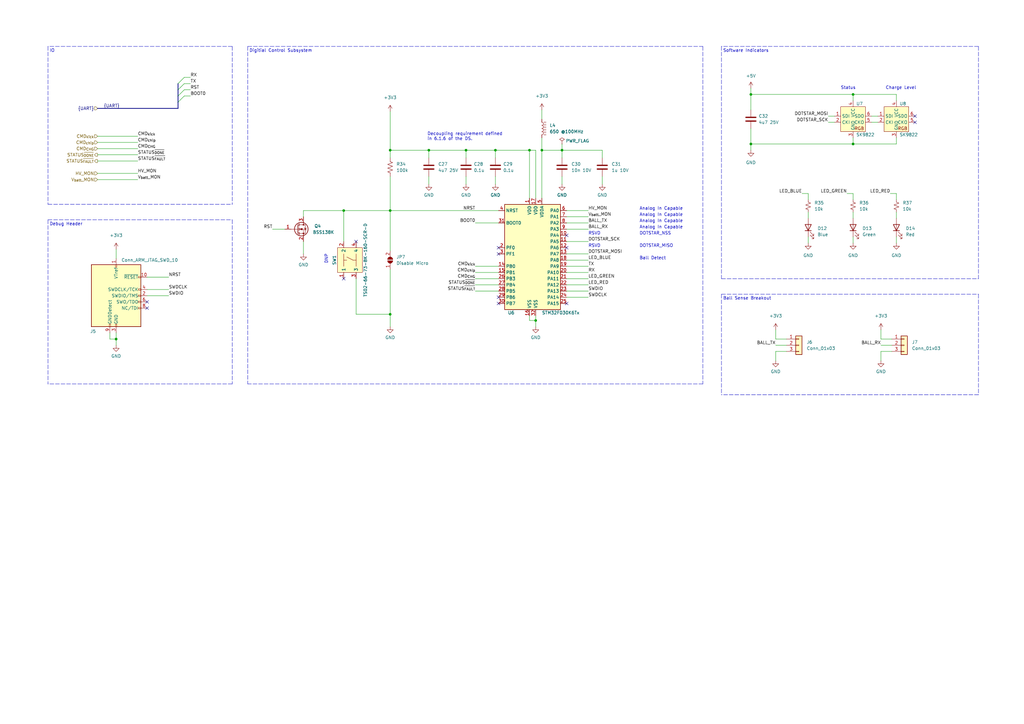
<source format=kicad_sch>
(kicad_sch (version 20211123) (generator eeschema)
  (paper "A3")
  (title_block (title "Kicker Board") (date "2023-02-03") (rev "v1.0.0") (company "A-Team") (comment 1 "Author: W. Stuckey"))
  (lib_symbols
    (symbol "AT-LED:SK9822"
      (property "Reference" "U" (at 1.27 6.35 0))
      (property "Value" "SK9822" (at 5.08 -6.35 0))
      (symbol "SK9822_0_0"
        (text "RGB" (at 2.54 -3.81 0) (effects (font (size 1.27 1.27))))
      )
      (symbol "SK9822_0_1"
        (rectangle (start -5.08 5.08) (end 5.08 -5.08) (stroke (width 0.1524)) (fill (type background)))
      )
      (symbol "SK9822_1_1"
        (pin input line (at -7.62 1.27 0) (length 2.54) (name "SDI") (number "1"))
        (pin input line (at -7.62 -1.27 0) (length 2.54) (name "CKI") (number "2"))
        (pin power_in line (at 0 -7.62 90) (length 2.54) (name "GND") (number "3"))
        (pin power_in line (at 0 7.62 270) (length 2.54) (name "VCC") (number "4"))
        (pin output line (at 7.62 -1.27 180) (length 2.54) (name "CKO") (number "5"))
        (pin output line (at 7.62 1.27 180) (length 2.54) (name "SDO") (number "6"))
      )
    )
    (symbol "AT-Switches:SPST_12-34"
      (property "Reference" "SW" (at 0 6.35 0))
      (property "Value" "SPST_12-34" (at 0 -6.35 0))
      (symbol "SPST_12-34_0_1"
        (rectangle (start -5.08 5.08) (end 5.08 -5.08) (fill (type background)))
        (polyline (pts (xy -2.54 -2.54) (xy 2.54 -2.54)))
        (polyline (pts (xy 0 -2.54) (xy 0 -1.27)))
        (polyline (pts (xy 0 -1.27) (xy 1.27 1.27)))
        (polyline (pts (xy 0 2.54) (xy 0 1.27)))
        (polyline (pts (xy 2.54 2.54) (xy -2.54 2.54)))
      )
      (symbol "SPST_12-34_1_1"
        (pin passive line (at -7.62 2.54 0) (length 2.54) (name "1") (number "1"))
        (pin passive line (at 7.62 2.54 180) (length 2.54) (name "2") (number "2"))
        (pin passive line (at -7.62 -2.54 0) (length 2.54) (name "3") (number "3"))
        (pin passive line (at 7.62 -2.54 180) (length 2.54) (name "4") (number "4"))
      )
    )
    (symbol "Connector:Conn_ARM_JTAG_SWD_10" (pin_names (offset 1.016))
      (property "Reference" "J" (at -2.54 16.51 0))
      (property "Value" "Conn_ARM_JTAG_SWD_10" (at -2.54 13.97 0))
      (symbol "Conn_ARM_JTAG_SWD_10_0_1"
        (rectangle (start -10.16 12.7) (end 10.16 -12.7) (stroke (width 0.254)) (fill (type background)))
        (rectangle (start -2.794 -12.7) (end -2.286 -11.684))
        (rectangle (start -0.254 -12.7) (end 0.254 -11.684))
        (rectangle (start -0.254 12.7) (end 0.254 11.684))
        (rectangle (start 9.144 2.286) (end 10.16 2.794))
        (rectangle (start 10.16 -2.794) (end 9.144 -2.286))
        (rectangle (start 10.16 -0.254) (end 9.144 0.254))
        (rectangle (start 10.16 7.874) (end 9.144 7.366))
      )
      (symbol "Conn_ARM_JTAG_SWD_10_1_1"
        (rectangle (start 9.144 -5.334) (end 10.16 -4.826))
        (pin power_in line (at 0 15.24 270) (length 2.54) (name "VTref") (number "1"))
        (pin open_collector line (at 12.7 7.62 180) (length 2.54) (name "~{RESET}") (number "10"))
        (pin bidirectional line (at 12.7 0 180) (length 2.54) (name "SWDIO/TMS") (number "2"))
        (pin power_in line (at 0 -15.24 90) (length 2.54) (name "GND") (number "3"))
        (pin output line (at 12.7 2.54 180) (length 2.54) (name "SWDCLK/TCK") (number "4"))
        (pin passive line (at 0 -15.24 90) (length 2.54) hide (name "GND") (number "5"))
        (pin input line (at 12.7 -2.54 180) (length 2.54) (name "SWO/TDO") (number "6"))
        (pin no_connect line (at -10.16 0 0) (length 2.54) hide (name "KEY") (number "7"))
        (pin output line (at 12.7 -5.08 180) (length 2.54) (name "NC/TDI") (number "8"))
        (pin passive line (at -2.54 -15.24 90) (length 2.54) (name "GNDDetect") (number "9"))
      )
    )
    (symbol "Connector_Generic:Conn_01x03" (pin_names (offset 1.016) hide)
      (property "Reference" "J" (at 0 5.08 0))
      (property "Value" "Conn_01x03" (at 0 -5.08 0))
      (symbol "Conn_01x03_1_1"
        (rectangle (start -1.27 -2.413) (end 0 -2.667) (stroke (width 0.1524)))
        (rectangle (start -1.27 0.127) (end 0 -0.127) (stroke (width 0.1524)))
        (rectangle (start -1.27 2.667) (end 0 2.413) (stroke (width 0.1524)))
        (rectangle (start -1.27 3.81) (end 1.27 -3.81) (stroke (width 0.254)) (fill (type background)))
        (pin passive line (at -5.08 2.54 0) (length 3.81) (name "Pin_1") (number "1"))
        (pin passive line (at -5.08 0 0) (length 3.81) (name "Pin_2") (number "2"))
        (pin passive line (at -5.08 -2.54 0) (length 3.81) (name "Pin_3") (number "3"))
      )
    )
    (symbol "Device:C" (pin_numbers hide) (pin_names (offset 0.254))
      (property "Reference" "C" (at 0.635 2.54 0))
      (property "Value" "C" (at 0.635 -2.54 0))
      (symbol "C_0_1"
        (polyline (pts (xy -2.032 -0.762) (xy 2.032 -0.762)) (stroke (width 0.508)))
        (polyline (pts (xy -2.032 0.762) (xy 2.032 0.762)) (stroke (width 0.508)))
      )
      (symbol "C_1_1"
        (pin passive line (at 0 3.81 270) (length 2.794) (name "~") (number "1"))
        (pin passive line (at 0 -3.81 90) (length 2.794) (name "~") (number "2"))
      )
    )
    (symbol "Device:LED" (pin_numbers hide) (pin_names (offset 1.016) hide)
      (property "Reference" "D" (at 0 2.54 0))
      (property "Value" "LED" (at 0 -2.54 0))
      (symbol "LED_0_1"
        (polyline (pts (xy -1.27 -1.27) (xy -1.27 1.27)) (stroke (width 0.254)))
        (polyline (pts (xy -1.27 0) (xy 1.27 0)))
        (polyline (pts (xy 1.27 -1.27) (xy 1.27 1.27) (xy -1.27 0) (xy 1.27 -1.27)) (stroke (width 0.254)))
        (polyline (pts (xy -3.048 -0.762) (xy -4.572 -2.286) (xy -3.81 -2.286) (xy -4.572 -2.286) (xy -4.572 -1.524)))
        (polyline (pts (xy -1.778 -0.762) (xy -3.302 -2.286) (xy -2.54 -2.286) (xy -3.302 -2.286) (xy -3.302 -1.524)))
      )
      (symbol "LED_1_1"
        (pin passive line (at -3.81 0 0) (length 2.54) (name "K") (number "1"))
        (pin passive line (at 3.81 0 180) (length 2.54) (name "A") (number "2"))
      )
    )
    (symbol "Device:L_Ferrite" (pin_numbers hide) (pin_names (offset 1.016) hide)
      (property "Reference" "L" (at -1.27 0 90))
      (property "Value" "L_Ferrite" (at 2.794 0 90))
      (symbol "L_Ferrite_0_1"
        (arc (start 0 -2.54) (mid 0.635 -1.905) (end 0 -1.27))
        (arc (start 0 -1.27) (mid 0.635 -0.635) (end 0 0))
        (polyline (pts (xy 1.016 -2.794) (xy 1.016 -2.286)))
        (polyline (pts (xy 1.016 -1.778) (xy 1.016 -1.27)))
        (polyline (pts (xy 1.016 -0.762) (xy 1.016 -0.254)))
        (polyline (pts (xy 1.016 0.254) (xy 1.016 0.762)))
        (polyline (pts (xy 1.016 1.27) (xy 1.016 1.778)))
        (polyline (pts (xy 1.016 2.286) (xy 1.016 2.794)))
        (polyline (pts (xy 1.524 -2.286) (xy 1.524 -2.794)))
        (polyline (pts (xy 1.524 -1.27) (xy 1.524 -1.778)))
        (polyline (pts (xy 1.524 -0.254) (xy 1.524 -0.762)))
        (polyline (pts (xy 1.524 0.762) (xy 1.524 0.254)))
        (polyline (pts (xy 1.524 1.778) (xy 1.524 1.27)))
        (polyline (pts (xy 1.524 2.794) (xy 1.524 2.286)))
        (arc (start 0 0) (mid 0.635 0.635) (end 0 1.27))
        (arc (start 0 1.27) (mid 0.635 1.905) (end 0 2.54))
      )
      (symbol "L_Ferrite_1_1"
        (pin passive line (at 0 3.81 270) (length 1.27) (name "1") (number "1"))
        (pin passive line (at 0 -3.81 90) (length 1.27) (name "2") (number "2"))
      )
    )
    (symbol "Device:Q_NMOS_GSD" (pin_names (offset 0) hide)
      (property "Reference" "Q" (at 5.08 1.27 0))
      (property "Value" "Q_NMOS_GSD" (at 5.08 -1.27 0))
      (symbol "Q_NMOS_GSD_0_1"
        (polyline (pts (xy 0.254 0) (xy -2.54 0)))
        (polyline (pts (xy 0.254 1.905) (xy 0.254 -1.905)) (stroke (width 0.254)))
        (polyline (pts (xy 0.762 -1.27) (xy 0.762 -2.286)) (stroke (width 0.254)))
        (polyline (pts (xy 0.762 0.508) (xy 0.762 -0.508)) (stroke (width 0.254)))
        (polyline (pts (xy 0.762 2.286) (xy 0.762 1.27)) (stroke (width 0.254)))
        (polyline (pts (xy 2.54 2.54) (xy 2.54 1.778)))
        (polyline (pts (xy 2.54 -2.54) (xy 2.54 0) (xy 0.762 0)))
        (polyline (pts (xy 0.762 -1.778) (xy 3.302 -1.778) (xy 3.302 1.778) (xy 0.762 1.778)))
        (polyline (pts (xy 1.016 0) (xy 2.032 0.381) (xy 2.032 -0.381) (xy 1.016 0)) (fill (type outline)))
        (polyline (pts (xy 2.794 0.508) (xy 2.921 0.381) (xy 3.683 0.381) (xy 3.81 0.254)))
        (polyline (pts (xy 3.302 0.381) (xy 2.921 -0.254) (xy 3.683 -0.254) (xy 3.302 0.381)))
        (circle (center 1.651 0) (radius 2.794) (stroke (width 0.254)))
        (circle (center 2.54 -1.778) (radius 0.254) (fill (type outline)))
        (circle (center 2.54 1.778) (radius 0.254) (fill (type outline)))
      )
      (symbol "Q_NMOS_GSD_1_1"
        (pin input line (at -5.08 0 0) (length 2.54) (name "G") (number "1"))
        (pin passive line (at 2.54 -5.08 90) (length 2.54) (name "S") (number "2"))
        (pin passive line (at 2.54 5.08 270) (length 2.54) (name "D") (number "3"))
      )
    )
    (symbol "Device:R_Small_US" (pin_numbers hide) (pin_names (offset 0.254) hide)
      (property "Reference" "R" (at 0.762 0.508 0))
      (property "Value" "R_Small_US" (at 0.762 -1.016 0))
      (symbol "R_Small_US_1_1"
        (polyline (pts (xy 0 0) (xy 1.016 -0.381) (xy 0 -0.762) (xy -1.016 -1.143) (xy 0 -1.524)))
        (polyline (pts (xy 0 1.524) (xy 1.016 1.143) (xy 0 0.762) (xy -1.016 0.381) (xy 0 0)))
        (pin passive line (at 0 2.54 270) (length 1.016) (name "~") (number "1"))
        (pin passive line (at 0 -2.54 90) (length 1.016) (name "~") (number "2"))
      )
    )
    (symbol "Device:R_US" (pin_numbers hide) (pin_names (offset 0))
      (property "Reference" "R" (at 2.54 0 90))
      (property "Value" "R_US" (at -2.54 0 90))
      (symbol "R_US_0_1"
        (polyline (pts (xy 0 -2.286) (xy 0 -2.54)))
        (polyline (pts (xy 0 2.286) (xy 0 2.54)))
        (polyline (pts (xy 0 -0.762) (xy 1.016 -1.143) (xy 0 -1.524) (xy -1.016 -1.905) (xy 0 -2.286)))
        (polyline (pts (xy 0 0.762) (xy 1.016 0.381) (xy 0 0) (xy -1.016 -0.381) (xy 0 -0.762)))
        (polyline (pts (xy 0 2.286) (xy 1.016 1.905) (xy 0 1.524) (xy -1.016 1.143) (xy 0 0.762)))
      )
      (symbol "R_US_1_1"
        (pin passive line (at 0 3.81 270) (length 1.27) (name "~") (number "1"))
        (pin passive line (at 0 -3.81 90) (length 1.27) (name "~") (number "2"))
      )
    )
    (symbol "Jumper:SolderJumper_2_Open" (pin_names (offset 0) hide)
      (property "Reference" "JP" (at 0 2.032 0))
      (property "Value" "SolderJumper_2_Open" (at 0 -2.54 0))
      (symbol "SolderJumper_2_Open_0_1"
        (arc (start -0.254 1.016) (mid -1.27 0) (end -0.254 -1.016))
        (arc (start -0.254 1.016) (mid -1.27 0) (end -0.254 -1.016) (fill (type outline)))
        (polyline (pts (xy -0.254 1.016) (xy -0.254 -1.016)))
        (polyline (pts (xy 0.254 1.016) (xy 0.254 -1.016)))
        (arc (start 0.254 -1.016) (mid 1.27 0) (end 0.254 1.016))
        (arc (start 0.254 -1.016) (mid 1.27 0) (end 0.254 1.016) (fill (type outline)))
      )
      (symbol "SolderJumper_2_Open_1_1"
        (pin passive line (at -3.81 0 0) (length 2.54) (name "A") (number "1"))
        (pin passive line (at 3.81 0 180) (length 2.54) (name "B") (number "2"))
      )
    )
    (symbol "MCU_ST_STM32F0:STM32F030K6Tx"
      (property "Reference" "U" (at -12.7 21.59 0))
      (property "Value" "STM32F030K6Tx" (at 5.08 21.59 0))
      (symbol "STM32F030K6Tx_0_1"
        (rectangle (start -12.7 -22.86) (end 10.16 20.32) (stroke (width 0.254)) (fill (type background)))
      )
      (symbol "STM32F030K6Tx_1_1"
        (pin power_in line (at -2.54 22.86 270) (length 2.54) (name "VDD") (number "1"))
        (pin bidirectional line (at 12.7 7.62 180) (length 2.54) (name "PA4") (number "10"))
        (pin bidirectional line (at 12.7 5.08 180) (length 2.54) (name "PA5") (number "11"))
        (pin bidirectional line (at 12.7 2.54 180) (length 2.54) (name "PA6") (number "12"))
        (pin bidirectional line (at 12.7 0 180) (length 2.54) (name "PA7") (number "13"))
        (pin bidirectional line (at -15.24 -5.08 0) (length 2.54) (name "PB0") (number "14"))
        (pin bidirectional line (at -15.24 -7.62 0) (length 2.54) (name "PB1") (number "15"))
        (pin power_in line (at -2.54 -25.4 90) (length 2.54) (name "VSS") (number "16"))
        (pin power_in line (at 0 22.86 270) (length 2.54) (name "VDD") (number "17"))
        (pin bidirectional line (at 12.7 -2.54 180) (length 2.54) (name "PA8") (number "18"))
        (pin bidirectional line (at 12.7 -5.08 180) (length 2.54) (name "PA9") (number "19"))
        (pin input line (at -15.24 2.54 0) (length 2.54) (name "PF0") (number "2"))
        (pin bidirectional line (at 12.7 -7.62 180) (length 2.54) (name "PA10") (number "20"))
        (pin bidirectional line (at 12.7 -10.16 180) (length 2.54) (name "PA11") (number "21"))
        (pin bidirectional line (at 12.7 -12.7 180) (length 2.54) (name "PA12") (number "22"))
        (pin bidirectional line (at 12.7 -15.24 180) (length 2.54) (name "PA13") (number "23"))
        (pin bidirectional line (at 12.7 -17.78 180) (length 2.54) (name "PA14") (number "24"))
        (pin bidirectional line (at 12.7 -20.32 180) (length 2.54) (name "PA15") (number "25"))
        (pin bidirectional line (at -15.24 -10.16 0) (length 2.54) (name "PB3") (number "26"))
        (pin bidirectional line (at -15.24 -12.7 0) (length 2.54) (name "PB4") (number "27"))
        (pin bidirectional line (at -15.24 -15.24 0) (length 2.54) (name "PB5") (number "28"))
        (pin bidirectional line (at -15.24 -17.78 0) (length 2.54) (name "PB6") (number "29"))
        (pin input line (at -15.24 0 0) (length 2.54) (name "PF1") (number "3"))
        (pin bidirectional line (at -15.24 -20.32 0) (length 2.54) (name "PB7") (number "30"))
        (pin input line (at -15.24 12.7 0) (length 2.54) (name "BOOT0") (number "31"))
        (pin power_in line (at 0 -25.4 90) (length 2.54) (name "VSS") (number "32"))
        (pin input line (at -15.24 17.78 0) (length 2.54) (name "NRST") (number "4"))
        (pin power_in line (at 2.54 22.86 270) (length 2.54) (name "VDDA") (number "5"))
        (pin bidirectional line (at 12.7 17.78 180) (length 2.54) (name "PA0") (number "6"))
        (pin bidirectional line (at 12.7 15.24 180) (length 2.54) (name "PA1") (number "7"))
        (pin bidirectional line (at 12.7 12.7 180) (length 2.54) (name "PA2") (number "8"))
        (pin bidirectional line (at 12.7 10.16 180) (length 2.54) (name "PA3") (number "9"))
      )
    )
    (symbol "power:+3.3V" (power) (pin_names (offset 0))
      (property "Value" "+3.3V" (at 0 3.556 0))
      (symbol "+3.3V_0_1"
        (polyline (pts (xy -0.762 1.27) (xy 0 2.54)))
        (polyline (pts (xy 0 0) (xy 0 2.54)))
        (polyline (pts (xy 0 2.54) (xy 0.762 1.27)))
      )
      (symbol "+3.3V_1_1"
        (pin power_in line (at 0 0 90) (length 0) hide (name "+3V3") (number "1"))
      )
    )
    (symbol "power:+5V" (power) (pin_names (offset 0))
      (property "Value" "+5V" (at 0 3.556 0))
      (symbol "+5V_0_1"
        (polyline (pts (xy -0.762 1.27) (xy 0 2.54)))
        (polyline (pts (xy 0 0) (xy 0 2.54)))
        (polyline (pts (xy 0 2.54) (xy 0.762 1.27)))
      )
      (symbol "+5V_1_1"
        (pin power_in line (at 0 0 90) (length 0) hide (name "+5V") (number "1"))
      )
    )
    (symbol "power:GND" (power) (pin_names (offset 0))
      (property "Value" "GND" (at 0 -3.81 0))
      (symbol "GND_0_1"
        (polyline (pts (xy 0 0) (xy 0 -1.27) (xy 1.27 -1.27) (xy 0 -2.54) (xy -1.27 -1.27) (xy 0 -1.27)))
      )
      (symbol "GND_1_1"
        (pin power_in line (at 0 0 270) (length 0) hide (name "GND") (number "1"))
      )
    )
    (symbol "power:PWR_FLAG" (power) (pin_numbers hide) (pin_names (offset 0) hide)
      (property "Value" "PWR_FLAG" (at 0 3.81 0))
      (symbol "PWR_FLAG_0_0"
        (pin power_out line (at 0 0 90) (length 0) (name "pwr") (number "1"))
      )
      (symbol "PWR_FLAG_0_1"
        (polyline (pts (xy 0 0) (xy 0 1.27) (xy -1.016 1.905) (xy 0 2.54) (xy 1.016 1.905) (xy 0 1.27)))
      )
    )
  )
  (junction (at 349.885 38.735))
  (junction (at 160.02 128.905))
  (junction (at 160.02 61.595))
  (junction (at 230.505 61.595))
  (junction (at 217.17 61.595))
  (junction (at 349.885 59.055))
  (junction (at 140.97 86.36))
  (junction (at 160.02 86.36))
  (junction (at 175.895 61.595))
  (junction (at 307.975 38.735))
  (junction (at 191.135 61.595))
  (junction (at 307.975 59.055))
  (junction (at 203.2 61.595))
  (junction (at 219.71 131.445))
  (junction (at 222.25 61.595))
  (junction (at 47.625 139.065))
  (no_connect (at 232.41 124.46))
  (no_connect (at 204.47 124.46))
  (no_connect (at 60.325 126.365))
  (no_connect (at 60.325 123.825))
  (no_connect (at 140.97 114.3))
  (no_connect (at 204.47 121.92))
  (no_connect (at 375.285 47.625))
  (no_connect (at 375.285 50.165))
  (no_connect (at 204.47 101.6))
  (no_connect (at 204.47 104.14))
  (no_connect (at 232.41 101.6))
  (no_connect (at 232.41 96.52))
  (no_connect (at 146.05 99.06))
  (bus_entry (at 73.025 39.37) (size 2.54 -2.54))
  (bus_entry (at 73.025 41.91) (size 2.54 -2.54))
  (bus_entry (at 73.025 34.29) (size 2.54 -2.54))
  (bus_entry (at 73.025 36.83) (size 2.54 -2.54))
  (wire (pts (xy 124.46 86.36) (xy 124.46 88.9)))
  (wire (pts (xy 232.41 114.3) (xy 241.3 114.3)))
  (wire (pts (xy 160.02 72.39) (xy 160.02 86.36)))
  (wire (pts (xy 60.325 121.285) (xy 69.215 121.285)))
  (wire (pts (xy 60.325 118.745) (xy 69.215 118.745)))
  (wire (pts (xy 349.885 97.155) (xy 349.885 99.695)))
  (wire (pts (xy 75.565 39.37) (xy 78.105 39.37)))
  (wire (pts (xy 307.975 59.055) (xy 307.975 61.595)))
  (wire (pts (xy 40.005 63.5) (xy 56.515 63.5)))
  (bus (pts (xy 73.025 39.37) (xy 73.025 41.91)))
  (wire (pts (xy 349.885 79.375) (xy 349.885 81.915)))
  (wire (pts (xy 47.625 139.065) (xy 47.625 141.605)))
  (wire (pts (xy 203.2 72.39) (xy 203.2 75.565)))
  (wire (pts (xy 191.135 72.39) (xy 191.135 75.565)))
  (wire (pts (xy 307.975 38.735) (xy 307.975 45.085)))
  (wire (pts (xy 194.945 116.84) (xy 204.47 116.84)))
  (wire (pts (xy 232.41 93.98) (xy 241.3 93.98)))
  (wire (pts (xy 219.71 131.445) (xy 219.71 133.985)))
  (wire (pts (xy 160.02 45.72) (xy 160.02 61.595)))
  (wire (pts (xy 222.25 45.085) (xy 222.25 48.895)))
  (wire (pts (xy 146.05 114.3) (xy 146.05 128.905)))
  (wire (pts (xy 160.02 110.49) (xy 160.02 128.905)))
  (wire (pts (xy 160.02 128.905) (xy 160.02 133.985)))
  (wire (pts (xy 367.665 79.375) (xy 367.665 81.915)))
  (wire (pts (xy 230.505 61.595) (xy 230.505 64.77)))
  (wire (pts (xy 40.005 73.66) (xy 56.515 73.66)))
  (bus (pts (xy 40.005 44.45) (xy 73.025 44.45)))
  (wire (pts (xy 367.665 56.515) (xy 367.665 59.055)))
  (wire (pts (xy 75.565 31.75) (xy 78.105 31.75)))
  (wire (pts (xy 349.885 86.995) (xy 349.885 89.535)))
  (wire (pts (xy 331.47 97.155) (xy 331.47 99.695)))
  (polyline (pts (xy 295.91 120.65) (xy 401.32 120.65)))
  (wire (pts (xy 361.315 139.065) (xy 365.76 139.065)))
  (polyline (pts (xy 95.25 19.05) (xy 19.685 19.05)))
  (wire (pts (xy 232.41 121.92) (xy 241.3 121.92)))
  (wire (pts (xy 45.085 139.065) (xy 47.625 139.065)))
  (bus (pts (xy 73.025 36.83) (xy 73.025 39.37)))
  (wire (pts (xy 318.135 144.145) (xy 322.58 144.145)))
  (wire (pts (xy 347.345 79.375) (xy 349.885 79.375)))
  (wire (pts (xy 60.325 113.665) (xy 69.215 113.665)))
  (wire (pts (xy 307.975 52.705) (xy 307.975 59.055)))
  (polyline (pts (xy 401.32 19.05) (xy 401.32 114.3)))
  (wire (pts (xy 160.02 86.36) (xy 204.47 86.36)))
  (wire (pts (xy 191.135 61.595) (xy 191.135 64.77)))
  (wire (pts (xy 40.005 55.88) (xy 56.515 55.88)))
  (wire (pts (xy 232.41 99.06) (xy 241.3 99.06)))
  (polyline (pts (xy 295.91 114.3) (xy 401.32 114.3)))
  (wire (pts (xy 140.97 99.06) (xy 140.97 86.36)))
  (wire (pts (xy 175.895 72.39) (xy 175.895 75.565)))
  (wire (pts (xy 194.945 119.38) (xy 204.47 119.38)))
  (wire (pts (xy 194.945 109.22) (xy 204.47 109.22)))
  (wire (pts (xy 360.045 47.625) (xy 357.505 47.625)))
  (wire (pts (xy 307.975 59.055) (xy 349.885 59.055)))
  (wire (pts (xy 140.97 86.36) (xy 160.02 86.36)))
  (polyline (pts (xy 288.29 19.05) (xy 288.29 157.48)))
  (wire (pts (xy 40.005 60.96) (xy 56.515 60.96)))
  (wire (pts (xy 217.17 81.28) (xy 217.17 61.595)))
  (polyline (pts (xy 95.25 19.05) (xy 95.25 83.82)))
  (wire (pts (xy 318.135 135.255) (xy 318.135 139.065)))
  (polyline (pts (xy 101.6 19.05) (xy 101.6 157.48)))
  (wire (pts (xy 219.71 61.595) (xy 217.17 61.595)))
  (wire (pts (xy 124.46 86.36) (xy 140.97 86.36)))
  (wire (pts (xy 232.41 106.68) (xy 241.3 106.68)))
  (polyline (pts (xy 401.32 19.05) (xy 295.91 19.05)))
  (wire (pts (xy 361.315 147.955) (xy 361.315 144.145)))
  (wire (pts (xy 45.085 136.525) (xy 45.085 139.065)))
  (wire (pts (xy 230.505 72.39) (xy 230.505 75.565)))
  (wire (pts (xy 361.315 141.605) (xy 365.76 141.605)))
  (polyline (pts (xy 19.685 83.82) (xy 95.25 83.82)))
  (wire (pts (xy 175.895 61.595) (xy 160.02 61.595)))
  (wire (pts (xy 232.41 86.36) (xy 241.3 86.36)))
  (wire (pts (xy 331.47 79.375) (xy 331.47 81.915)))
  (wire (pts (xy 232.41 111.76) (xy 241.3 111.76)))
  (wire (pts (xy 361.315 135.255) (xy 361.315 139.065)))
  (wire (pts (xy 160.02 86.36) (xy 160.02 102.87)))
  (wire (pts (xy 203.2 61.595) (xy 203.2 64.77)))
  (wire (pts (xy 247.015 61.595) (xy 247.015 64.77)))
  (polyline (pts (xy 19.685 90.17) (xy 95.25 90.17)))
  (wire (pts (xy 339.725 47.625) (xy 342.265 47.625)))
  (wire (pts (xy 318.135 147.955) (xy 318.135 144.145)))
  (wire (pts (xy 361.315 144.145) (xy 365.76 144.145)))
  (wire (pts (xy 349.885 38.735) (xy 367.665 38.735)))
  (wire (pts (xy 339.725 50.165) (xy 342.265 50.165)))
  (wire (pts (xy 47.625 102.235) (xy 47.625 106.045)))
  (wire (pts (xy 328.93 79.375) (xy 331.47 79.375)))
  (wire (pts (xy 203.2 61.595) (xy 191.135 61.595)))
  (wire (pts (xy 367.665 86.995) (xy 367.665 89.535)))
  (wire (pts (xy 75.565 34.29) (xy 78.105 34.29)))
  (wire (pts (xy 160.02 61.595) (xy 160.02 64.77)))
  (wire (pts (xy 222.25 61.595) (xy 230.505 61.595)))
  (wire (pts (xy 232.41 119.38) (xy 241.3 119.38)))
  (wire (pts (xy 367.665 97.155) (xy 367.665 99.695)))
  (wire (pts (xy 349.885 56.515) (xy 349.885 59.055)))
  (wire (pts (xy 194.945 114.3) (xy 204.47 114.3)))
  (polyline (pts (xy 401.32 120.65) (xy 401.32 161.925)))
  (wire (pts (xy 232.41 109.22) (xy 241.3 109.22)))
  (wire (pts (xy 75.565 36.83) (xy 78.105 36.83)))
  (wire (pts (xy 222.25 81.28) (xy 222.25 61.595)))
  (polyline (pts (xy 295.91 19.05) (xy 295.91 114.3)))
  (wire (pts (xy 349.885 38.735) (xy 349.885 41.275)))
  (polyline (pts (xy 19.685 19.05) (xy 19.685 83.82)))
  (wire (pts (xy 194.945 111.76) (xy 204.47 111.76)))
  (polyline (pts (xy 295.91 120.65) (xy 295.91 161.925)))
  (wire (pts (xy 318.135 141.605) (xy 322.58 141.605)))
  (bus (pts (xy 73.025 34.29) (xy 73.025 36.83)))
  (wire (pts (xy 40.005 71.12) (xy 56.515 71.12)))
  (wire (pts (xy 194.945 91.44) (xy 204.47 91.44)))
  (polyline (pts (xy 288.29 157.48) (xy 101.6 157.48)))
  (wire (pts (xy 47.625 136.525) (xy 47.625 139.065)))
  (wire (pts (xy 318.135 139.065) (xy 322.58 139.065)))
  (wire (pts (xy 175.895 61.595) (xy 175.895 64.77)))
  (wire (pts (xy 232.41 91.44) (xy 241.3 91.44)))
  (wire (pts (xy 146.05 128.905) (xy 160.02 128.905)))
  (wire (pts (xy 232.41 104.14) (xy 241.3 104.14)))
  (wire (pts (xy 365.125 79.375) (xy 367.665 79.375)))
  (wire (pts (xy 222.25 61.595) (xy 222.25 56.515)))
  (bus (pts (xy 73.025 41.91) (xy 73.025 44.45)))
  (wire (pts (xy 232.41 116.84) (xy 241.3 116.84)))
  (polyline (pts (xy 95.25 90.17) (xy 95.25 157.48)))
  (wire (pts (xy 360.045 50.165) (xy 357.505 50.165)))
  (polyline (pts (xy 95.25 157.48) (xy 19.685 157.48)))
  (wire (pts (xy 349.885 59.055) (xy 367.665 59.055)))
  (polyline (pts (xy 401.32 161.925) (xy 295.91 161.925)))
  (wire (pts (xy 247.015 72.39) (xy 247.015 75.565)))
  (wire (pts (xy 219.71 129.54) (xy 219.71 131.445)))
  (wire (pts (xy 232.41 88.9) (xy 241.3 88.9)))
  (wire (pts (xy 217.17 61.595) (xy 203.2 61.595)))
  (wire (pts (xy 40.005 58.42) (xy 56.515 58.42)))
  (wire (pts (xy 40.005 66.04) (xy 56.515 66.04)))
  (wire (pts (xy 217.17 129.54) (xy 217.17 131.445)))
  (wire (pts (xy 307.975 38.735) (xy 349.885 38.735)))
  (wire (pts (xy 230.505 59.055) (xy 230.505 61.595)))
  (polyline (pts (xy 101.6 19.05) (xy 288.29 19.05)))
  (wire (pts (xy 111.76 93.98) (xy 116.84 93.98)))
  (wire (pts (xy 124.46 99.06) (xy 124.46 104.14)))
  (wire (pts (xy 191.135 61.595) (xy 175.895 61.595)))
  (wire (pts (xy 230.505 61.595) (xy 247.015 61.595)))
  (wire (pts (xy 307.975 36.195) (xy 307.975 38.735)))
  (wire (pts (xy 219.71 81.28) (xy 219.71 61.595)))
  (wire (pts (xy 367.665 38.735) (xy 367.665 41.275)))
  (wire (pts (xy 217.17 131.445) (xy 219.71 131.445)))
  (polyline (pts (xy 19.685 90.17) (xy 19.685 157.48)))
  (wire (pts (xy 331.47 86.995) (xy 331.47 89.535)))
  (text "Analog In Capable" (at 262.255 88.9 0) (effects (font (size 1.27 1.27)) (justify left bottom)))
  (text "Analog In Capable" (at 262.255 86.36 0) (effects (font (size 1.27 1.27)) (justify left bottom)))
  (text "Ball Sense Breakout" (at 296.545 123.19 0) (effects (font (size 1.27 1.27)) (justify left bottom)))
  (text "Debug Header" (at 20.32 92.71 0) (effects (font (size 1.27 1.27)) (justify left bottom)))
  (text "DNP" (at 134.62 104.14 270) (effects (font (size 1.27 1.27)) (justify right bottom)))
  (text "DOTSTAR_NSS" (at 262.255 96.52 0) (effects (font (size 1.27 1.27)) (justify left bottom)))
  (text "Analog In Capable" (at 262.255 91.44 0) (effects (font (size 1.27 1.27)) (justify left bottom)))
  (text "Charge Level" (at 363.22 36.83 0) (effects (font (size 1.27 1.27)) (justify left bottom)))
  (text "IO" (at 20.32 21.59 0) (effects (font (size 1.27 1.27)) (justify left bottom)))
  (text "Decoupling requirement defined \nin 6.1.6 of the DS.\n" (at 175.26 57.785 0) (effects (font (size 1.27 1.27)) (justify left bottom)))
  (text "RSVD" (at 241.3 101.6 0) (effects (font (size 1.27 1.27)) (justify left bottom)))
  (text "Status" (at 344.805 36.83 0) (effects (font (size 1.27 1.27)) (justify left bottom)))
  (text "Analog In Capable" (at 262.255 93.98 0) (effects (font (size 1.27 1.27)) (justify left bottom)))
  (text "Digitial Control Subsystem" (at 102.235 21.59 0) (effects (font (size 1.27 1.27)) (justify left bottom)))
  (text "Ball Detect" (at 262.255 106.68 0) (effects (font (size 1.27 1.27)) (justify left bottom)))
  (text "DOTSTAR_MISO" (at 262.255 101.6 0) (effects (font (size 1.27 1.27)) (justify left bottom)))
  (text "Software Indicators" (at 296.545 21.59 0) (effects (font (size 1.27 1.27)) (justify left bottom)))
  (text "RSVD" (at 241.3 96.52 0) (effects (font (size 1.27 1.27)) (justify left bottom)))
  (label "CMD_{chip}" (at 56.515 58.42 0))
  (label "BOOT0" (at 194.945 91.44 180))
  (label "CMD_{CHG}" (at 56.515 60.96 0))
  (label "BALL_TX" (at 318.135 141.605 180))
  (label "DOTSTAR_MOSI" (at 339.725 47.625 180))
  (label "BOOT0" (at 78.105 39.37 0))
  (label "NRST" (at 69.215 113.665 0))
  (label "CMD_{chip}" (at 194.945 111.76 180))
  (label "LED_RED" (at 365.125 79.375 180))
  (label "LED_BLUE" (at 328.93 79.375 180))
  (label "{UART}" (at 42.545 44.45 0))
  (label "SWDIO" (at 241.3 119.38 0))
  (label "BALL_RX" (at 241.3 93.98 0))
  (label "STATUS_{~{DONE}}" (at 194.945 116.84 180))
  (label "DOTSTAR_SCK" (at 241.3 99.06 0))
  (label "RST" (at 111.76 93.98 180))
  (label "STATUS_{~{DONE}}" (at 56.515 63.5 0))
  (label "HV_MON" (at 241.3 86.36 0))
  (label "CMD_{CHG}" (at 194.945 114.3 180))
  (label "LED_GREEN" (at 241.3 114.3 0))
  (label "V_{batt}_MON" (at 241.3 88.9 0))
  (label "LED_GREEN" (at 347.345 79.375 180))
  (label "NRST" (at 194.945 86.36 180))
  (label "DOTSTAR_SCK" (at 339.725 50.165 180))
  (label "LED_RED" (at 241.3 116.84 0))
  (label "CMD_{kick}" (at 194.945 109.22 180))
  (label "RX" (at 78.105 31.75 0))
  (label "BALL_TX" (at 241.3 91.44 0))
  (label "SWDCLK" (at 69.215 118.745 0))
  (label "LED_BLUE" (at 241.3 106.68 0))
  (label "STATUS_{~{FAULT}}" (at 194.945 119.38 180))
  (label "SWDIO" (at 69.215 121.285 0))
  (label "SWDCLK" (at 241.3 121.92 0))
  (label "RST" (at 78.105 36.83 0))
  (label "DOTSTAR_MOSI" (at 241.3 104.14 0))
  (label "V_{batt}_MON" (at 56.515 73.66 0))
  (label "TX" (at 241.3 109.22 0))
  (label "RX" (at 241.3 111.76 0))
  (label "HV_MON" (at 56.515 71.12 0))
  (label "BALL_RX" (at 361.315 141.605 180))
  (label "CMD_{kick}" (at 56.515 55.88 0))
  (label "STATUS_{~{FAULT}}" (at 56.515 66.04 0))
  (label "TX" (at 78.105 34.29 0))
  (hierarchical_label "STATUS_{~{DONE}}" (shape output) (at 40.005 63.5 180))
  (hierarchical_label "CMD_{CHG}" (shape input) (at 40.005 60.96 180))
  (hierarchical_label "STATUS_{~{FAULT}}" (shape output) (at 40.005 66.04 180))
  (hierarchical_label "CMD_{chip}" (shape input) (at 40.005 58.42 180))
  (hierarchical_label "V_{batt}_MON" (shape input) (at 40.005 73.66 180))
  (hierarchical_label "{UART}" (shape input) (at 40.005 44.45 180))
  (hierarchical_label "HV_MON" (shape input) (at 40.005 71.12 180))
  (hierarchical_label "CMD_{kick}" (shape input) (at 40.005 55.88 180))
  (symbol (lib_id "Jumper:SolderJumper_2_Open") (at 160.02 106.68 90) (unit 1)
    (property "Reference" "JP7" (at 162.56 105.4099 90) (effects (justify right)))
    (property "Value" "Disable Micro" (at 162.56 107.9499 90) (effects (justify right)))
    (property "Footprint" "Jumper:SolderJumper-2_P1.3mm_Open_RoundedPad1.0x1.5mm" (effects hide))
  )
  (symbol (lib_id "power:+3.3V") (at 47.625 102.235 0) (unit 1)
    (property "Reference" "#PWR067" (effects hide))
    (property "Value" "+3.3V" (at 47.625 96.52 0))
  )
  (symbol (lib_id "Device:R_US") (at 160.02 68.58 0) (unit 1)
    (property "Reference" "R34" (at 162.56 67.3099 0) (effects (justify left)))
    (property "Value" "100k" (at 162.56 69.8499 0) (effects (justify left)))
    (property "Footprint" "Resistor_SMD:R_0603_1608Metric" (effects hide))
  )
  (symbol (lib_id "Device:C") (at 203.2 68.58 0) (unit 1)
    (property "Reference" "C29" (at 206.375 67.3099 0) (effects (justify left)))
    (property "Value" "0.1u" (at 206.375 69.8499 0) (effects (justify left)))
    (property "Footprint" "Capacitor_SMD:C_0603_1608Metric" (effects hide))
  )
  (symbol (lib_id "power:+3.3V") (at 222.25 45.085 0) (unit 1)
    (property "Reference" "#PWR076" (effects hide))
    (property "Value" "+3.3V" (at 222.25 39.37 0))
  )
  (symbol (lib_id "power:GND") (at 361.315 147.955 0) (unit 1)
    (property "Reference" "#PWR086" (effects hide))
    (property "Value" "GND" (at 361.315 152.4 0))
  )
  (symbol (lib_id "AT-Switches:SPST_12-34") (at 143.51 106.68 90) (unit 1)
    (property "Reference" "SW1" (at 137.16 106.68 0))
    (property "Value" "TS02-66-73-BK-160-SCR-D" (at 149.86 106.68 0))
    (property "Footprint" "at-switches:TS02-66-73-BK-160-SCR-D" (effects hide))
  )
  (symbol (lib_id "power:GND") (at 47.625 141.605 0) (unit 1)
    (property "Reference" "#PWR068" (effects hide))
    (property "Value" "GND" (at 47.625 146.05 0))
  )
  (symbol (lib_id "Device:C") (at 175.895 68.58 0) (unit 1)
    (property "Reference" "C27" (at 179.705 67.3099 0) (effects (justify left)))
    (property "Value" "4u7 25V" (at 179.705 69.8499 0) (effects (justify left)))
    (property "Footprint" "Capacitor_SMD:C_0805_2012Metric" (effects hide))
  )
  (symbol (lib_id "power:+5V") (at 307.975 36.195 0) (unit 1)
    (property "Reference" "#PWR079" (effects hide))
    (property "Value" "+5V" (at 307.975 31.115 0))
  )
  (symbol (lib_id "Device:R_Small_US") (at 349.885 84.455 0) (unit 1)
    (property "Reference" "R36" (at 352.425 83.1849 0) (effects (justify left)))
    (property "Value" "10k" (at 352.425 85.7249 0) (effects (justify left)))
    (property "Footprint" "Resistor_SMD:R_0603_1608Metric" (effects hide))
  )
  (symbol (lib_id "power:+3.3V") (at 361.315 135.255 0) (unit 1)
    (property "Reference" "#PWR085" (effects hide))
    (property "Value" "+3.3V" (at 361.315 129.54 0))
  )
  (symbol (lib_id "Connector:Conn_ARM_JTAG_SWD_10") (at 47.625 121.285 0) (unit 1)
    (property "Reference" "J5" (at 39.37 135.89 0) (effects (justify right)))
    (property "Value" "Conn_ARM_JTAG_SWD_10" (at 73.025 106.68 0) (effects (justify right)))
    (property "Footprint" "AT-Connectors:Samtec-2x5pin-0.5mm" (effects hide))
    (property "Datasheet" "http://infocenter.arm.com/help/topic/com.arm.doc.ddi0314h/DDI0314H_coresight_components_trm.pdf" (effects hide))
  )
  (symbol (lib_id "power:GND") (at 230.505 75.565 0) (mirror y) (unit 1)
    (property "Reference" "#PWR077" (effects hide))
    (property "Value" "GND" (at 230.505 80.01 0))
  )
  (symbol (lib_id "Device:C") (at 307.975 48.895 180) (unit 1)
    (property "Reference" "C32" (at 311.15 47.6249 0) (effects (justify right)))
    (property "Value" "4u7 25V" (at 311.15 50.1649 0) (effects (justify right)))
    (property "Footprint" "Capacitor_SMD:C_0805_2012Metric" (effects hide))
  )
  (symbol (lib_id "Device:R_Small_US") (at 331.47 84.455 0) (unit 1)
    (property "Reference" "R35" (at 334.01 83.1849 0) (effects (justify left)))
    (property "Value" "10k" (at 334.01 85.7249 0) (effects (justify left)))
    (property "Footprint" "Resistor_SMD:R_0603_1608Metric" (effects hide))
  )
  (symbol (lib_id "Device:R_Small_US") (at 367.665 84.455 0) (unit 1)
    (property "Reference" "R37" (at 370.205 83.1849 0) (effects (justify left)))
    (property "Value" "10k" (at 370.205 85.7249 0) (effects (justify left)))
    (property "Footprint" "Resistor_SMD:R_0603_1608Metric" (effects hide))
  )
  (symbol (lib_id "power:+3.3V") (at 160.02 45.72 0) (unit 1)
    (property "Reference" "#PWR070" (effects hide))
    (property "Value" "+3.3V" (at 160.02 40.005 0))
  )
  (symbol (lib_id "Device:LED") (at 349.885 93.345 90) (unit 1)
    (property "Reference" "D13" (at 353.695 93.6624 90) (effects (justify right)))
    (property "Value" "Green" (at 353.695 96.2024 90) (effects (justify right)))
    (property "Footprint" "AT-LED:LED0603" (effects hide))
  )
  (symbol (lib_id "power:GND") (at 318.135 147.955 0) (unit 1)
    (property "Reference" "#PWR082" (effects hide))
    (property "Value" "GND" (at 318.135 152.4 0))
  )
  (symbol (lib_id "power:GND") (at 247.015 75.565 0) (mirror y) (unit 1)
    (property "Reference" "#PWR078" (effects hide))
    (property "Value" "GND" (at 247.015 80.01 0))
  )
  (symbol (lib_id "Device:C") (at 191.135 68.58 0) (unit 1)
    (property "Reference" "C28" (at 194.31 67.3099 0) (effects (justify left)))
    (property "Value" "0.1u" (at 194.31 69.8499 0) (effects (justify left)))
    (property "Footprint" "Capacitor_SMD:C_0603_1608Metric" (effects hide))
  )
  (symbol (lib_id "power:GND") (at 175.895 75.565 0) (unit 1)
    (property "Reference" "#PWR072" (effects hide))
    (property "Value" "GND" (at 175.895 80.01 0))
  )
  (symbol (lib_id "power:GND") (at 307.975 61.595 0) (unit 1)
    (property "Reference" "#PWR080" (effects hide))
    (property "Value" "GND" (at 307.975 66.675 0))
  )
  (symbol (lib_id "Device:L_Ferrite") (at 222.25 52.705 0) (unit 1)
    (property "Reference" "L4" (at 225.425 51.4349 0) (effects (justify left)))
    (property "Value" "650 @100MHz" (at 225.425 53.9749 0) (effects (justify left)))
    (property "Footprint" "Resistor_SMD:R_0603_1608Metric" (effects hide))
    (property "Datasheet" "HZ0603C651R-10" (effects hide))
  )
  (symbol (lib_id "power:GND") (at 160.02 133.985 0) (unit 1)
    (property "Reference" "#PWR071" (effects hide))
    (property "Value" "GND" (at 160.02 138.43 0))
  )
  (symbol (lib_id "power:PWR_FLAG") (at 230.505 59.055 0) (unit 1)
    (property "Reference" "#FLG08" (effects hide))
    (property "Value" "PWR_FLAG" (at 236.855 57.785 0))
  )
  (symbol (lib_id "power:GND") (at 191.135 75.565 0) (unit 1)
    (property "Reference" "#PWR073" (effects hide))
    (property "Value" "GND" (at 191.135 80.01 0))
  )
  (symbol (lib_id "Device:C") (at 247.015 68.58 0) (mirror y) (unit 1)
    (property "Reference" "C31" (at 250.825 67.3099 0) (effects (justify right)))
    (property "Value" "1u 10V" (at 250.825 69.8499 0) (effects (justify right)))
    (property "Footprint" "Capacitor_SMD:C_0603_1608Metric" (effects hide))
  )
  (symbol (lib_id "Device:C") (at 230.505 68.58 0) (mirror y) (unit 1)
    (property "Reference" "C30" (at 234.315 67.3099 0) (effects (justify right)))
    (property "Value" "10n 10V" (at 234.315 69.8499 0) (effects (justify right)))
    (property "Footprint" "Capacitor_SMD:C_0603_1608Metric" (effects hide))
  )
  (symbol (lib_id "power:GND") (at 219.71 133.985 0) (unit 1)
    (property "Reference" "#PWR075" (effects hide))
    (property "Value" "GND" (at 219.71 138.43 0))
  )
  (symbol (lib_id "AT-LED:SK9822") (at 367.665 48.895 0) (unit 1)
    (property "Reference" "U8" (at 368.935 42.545 0) (effects (justify left)))
    (property "Value" "SK9822" (at 368.935 55.245 0) (effects (justify left)))
    (property "Footprint" "AT-LED:SK9822" (effects hide))
    (property "Datasheet" "https://cdn-shop.adafruit.com/product-files/2343/SK9822_SHIJI.pdf" (effects hide))
  )
  (symbol (lib_id "Device:LED") (at 367.665 93.345 90) (unit 1)
    (property "Reference" "D14" (at 371.475 93.6624 90) (effects (justify right)))
    (property "Value" "Red" (at 371.475 96.2024 90) (effects (justify right)))
    (property "Footprint" "AT-LED:LED0603" (effects hide))
  )
  (symbol (lib_id "AT-LED:SK9822") (at 349.885 48.895 0) (unit 1)
    (property "Reference" "U7" (at 351.155 42.545 0) (effects (justify left)))
    (property "Value" "SK9822" (at 351.155 55.245 0) (effects (justify left)))
    (property "Footprint" "AT-LED:SK9822" (effects hide))
    (property "Datasheet" "https://cdn-shop.adafruit.com/product-files/2343/SK9822_SHIJI.pdf" (effects hide))
  )
  (symbol (lib_id "power:GND") (at 331.47 99.695 0) (unit 1)
    (property "Reference" "#PWR083" (effects hide))
    (property "Value" "GND" (at 331.47 104.775 0))
  )
  (symbol (lib_id "Device:LED") (at 331.47 93.345 90) (unit 1)
    (property "Reference" "D12" (at 335.28 93.6624 90) (effects (justify right)))
    (property "Value" "Blue" (at 335.28 96.2024 90) (effects (justify right)))
    (property "Footprint" "AT-LED:LED0603" (effects hide))
  )
  (symbol (lib_id "MCU_ST_STM32F0:STM32F030K6Tx") (at 219.71 104.14 0) (unit 1)
    (property "Reference" "U6" (at 208.28 128.27 0) (effects (justify left)))
    (property "Value" "STM32F030K6Tx" (at 222.25 128.27 0) (effects (justify left)))
    (property "Footprint" "Package_QFP:LQFP-32_7x7mm_P0.8mm" (effects hide))
    (property "Datasheet" "http://www.st.com/st-web-ui/static/active/en/resource/technical/document/datasheet/DM00088500.pdf" (effects hide))
  )
  (symbol (lib_id "power:+3.3V") (at 318.135 135.255 0) (unit 1)
    (property "Reference" "#PWR081" (effects hide))
    (property "Value" "+3.3V" (at 318.135 129.54 0))
  )
  (symbol (lib_id "power:GND") (at 367.665 99.695 0) (unit 1)
    (property "Reference" "#PWR087" (effects hide))
    (property "Value" "GND" (at 367.665 104.775 0))
  )
  (symbol (lib_id "Connector_Generic:Conn_01x03") (at 327.66 141.605 0) (unit 1)
    (property "Reference" "J6" (at 330.835 140.3349 0) (effects (justify left)))
    (property "Value" "Conn_01x03" (at 330.835 142.8749 0) (effects (justify left)))
    (property "Footprint" "Connector_PinSocket_2.54mm:PinSocket_1x03_P2.54mm_Horizontal" (effects hide))
  )
  (symbol (lib_id "Device:Q_NMOS_GSD") (at 121.92 93.98 0) (unit 1)
    (property "Reference" "Q4" (at 128.905 92.71 0) (effects (justify left)))
    (property "Value" "BSS138K" (at 128.27 95.2499 0) (effects (justify left)))
    (property "Footprint" "Package_TO_SOT_SMD:SOT-23" (effects hide))
  )
  (symbol (lib_id "power:GND") (at 203.2 75.565 0) (unit 1)
    (property "Reference" "#PWR074" (effects hide))
    (property "Value" "GND" (at 203.2 80.01 0))
  )
  (symbol (lib_id "power:GND") (at 349.885 99.695 0) (unit 1)
    (property "Reference" "#PWR084" (effects hide))
    (property "Value" "GND" (at 349.885 104.775 0))
  )
  (symbol (lib_id "power:GND") (at 124.46 104.14 0) (unit 1)
    (property "Reference" "#PWR069" (effects hide))
    (property "Value" "GND" (at 124.46 108.585 0))
  )
  (symbol (lib_id "Connector_Generic:Conn_01x03") (at 370.84 141.605 0) (unit 1)
    (property "Reference" "J7" (at 374.015 140.3349 0) (effects (justify left)))
    (property "Value" "Conn_01x03" (at 374.015 142.8749 0) (effects (justify left)))
    (property "Footprint" "Connector_PinSocket_2.54mm:PinSocket_1x03_P2.54mm_Horizontal" (effects hide))
  )
)
</source>
